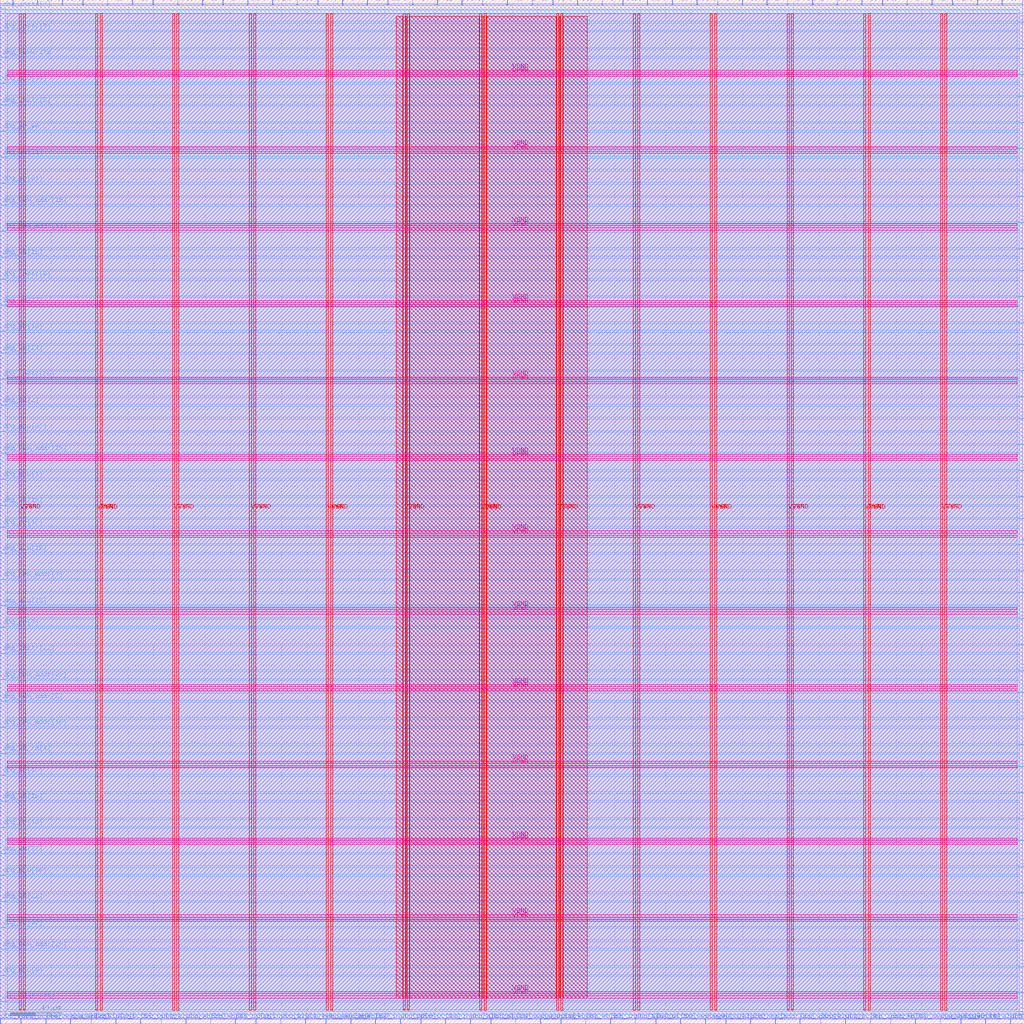
<source format=lef>
VERSION 5.7 ;
  NOWIREEXTENSIONATPIN ON ;
  DIVIDERCHAR "/" ;
  BUSBITCHARS "[]" ;
MACRO cpu_top
  CLASS BLOCK ;
  FOREIGN cpu_top ;
  ORIGIN 0.000 0.000 ;
  SIZE 800.000 BY 800.000 ;
  PIN VGND
    DIRECTION INOUT ;
    USE GROUND ;
    PORT
      LAYER met4 ;
        RECT 18.020 10.640 19.620 789.040 ;
    END
    PORT
      LAYER met4 ;
        RECT 78.020 10.640 79.620 789.040 ;
    END
    PORT
      LAYER met4 ;
        RECT 138.020 10.640 139.620 789.040 ;
    END
    PORT
      LAYER met4 ;
        RECT 198.020 10.640 199.620 789.040 ;
    END
    PORT
      LAYER met4 ;
        RECT 258.020 10.640 259.620 789.040 ;
    END
    PORT
      LAYER met4 ;
        RECT 318.020 10.640 319.620 789.040 ;
    END
    PORT
      LAYER met4 ;
        RECT 378.020 10.640 379.620 789.040 ;
    END
    PORT
      LAYER met4 ;
        RECT 438.020 10.640 439.620 789.040 ;
    END
    PORT
      LAYER met4 ;
        RECT 498.020 10.640 499.620 789.040 ;
    END
    PORT
      LAYER met4 ;
        RECT 558.020 10.640 559.620 789.040 ;
    END
    PORT
      LAYER met4 ;
        RECT 618.020 10.640 619.620 789.040 ;
    END
    PORT
      LAYER met4 ;
        RECT 678.020 10.640 679.620 789.040 ;
    END
    PORT
      LAYER met4 ;
        RECT 738.020 10.640 739.620 789.040 ;
    END
    PORT
      LAYER met5 ;
        RECT 5.280 23.380 794.660 24.980 ;
    END
    PORT
      LAYER met5 ;
        RECT 5.280 83.380 794.660 84.980 ;
    END
    PORT
      LAYER met5 ;
        RECT 5.280 143.380 794.660 144.980 ;
    END
    PORT
      LAYER met5 ;
        RECT 5.280 203.380 794.660 204.980 ;
    END
    PORT
      LAYER met5 ;
        RECT 5.280 263.380 794.660 264.980 ;
    END
    PORT
      LAYER met5 ;
        RECT 5.280 323.380 794.660 324.980 ;
    END
    PORT
      LAYER met5 ;
        RECT 5.280 383.380 794.660 384.980 ;
    END
    PORT
      LAYER met5 ;
        RECT 5.280 443.380 794.660 444.980 ;
    END
    PORT
      LAYER met5 ;
        RECT 5.280 503.380 794.660 504.980 ;
    END
    PORT
      LAYER met5 ;
        RECT 5.280 563.380 794.660 564.980 ;
    END
    PORT
      LAYER met5 ;
        RECT 5.280 623.380 794.660 624.980 ;
    END
    PORT
      LAYER met5 ;
        RECT 5.280 683.380 794.660 684.980 ;
    END
    PORT
      LAYER met5 ;
        RECT 5.280 743.380 794.660 744.980 ;
    END
  END VGND
  PIN VPWR
    DIRECTION INOUT ;
    USE POWER ;
    PORT
      LAYER met4 ;
        RECT 14.720 10.640 16.320 789.040 ;
    END
    PORT
      LAYER met4 ;
        RECT 74.720 10.640 76.320 789.040 ;
    END
    PORT
      LAYER met4 ;
        RECT 134.720 10.640 136.320 789.040 ;
    END
    PORT
      LAYER met4 ;
        RECT 194.720 10.640 196.320 789.040 ;
    END
    PORT
      LAYER met4 ;
        RECT 254.720 10.640 256.320 789.040 ;
    END
    PORT
      LAYER met4 ;
        RECT 314.720 10.640 316.320 789.040 ;
    END
    PORT
      LAYER met4 ;
        RECT 374.720 10.640 376.320 789.040 ;
    END
    PORT
      LAYER met4 ;
        RECT 434.720 10.640 436.320 789.040 ;
    END
    PORT
      LAYER met4 ;
        RECT 494.720 10.640 496.320 789.040 ;
    END
    PORT
      LAYER met4 ;
        RECT 554.720 10.640 556.320 789.040 ;
    END
    PORT
      LAYER met4 ;
        RECT 614.720 10.640 616.320 789.040 ;
    END
    PORT
      LAYER met4 ;
        RECT 674.720 10.640 676.320 789.040 ;
    END
    PORT
      LAYER met4 ;
        RECT 734.720 10.640 736.320 789.040 ;
    END
    PORT
      LAYER met5 ;
        RECT 5.280 20.080 794.660 21.680 ;
    END
    PORT
      LAYER met5 ;
        RECT 5.280 80.080 794.660 81.680 ;
    END
    PORT
      LAYER met5 ;
        RECT 5.280 140.080 794.660 141.680 ;
    END
    PORT
      LAYER met5 ;
        RECT 5.280 200.080 794.660 201.680 ;
    END
    PORT
      LAYER met5 ;
        RECT 5.280 260.080 794.660 261.680 ;
    END
    PORT
      LAYER met5 ;
        RECT 5.280 320.080 794.660 321.680 ;
    END
    PORT
      LAYER met5 ;
        RECT 5.280 380.080 794.660 381.680 ;
    END
    PORT
      LAYER met5 ;
        RECT 5.280 440.080 794.660 441.680 ;
    END
    PORT
      LAYER met5 ;
        RECT 5.280 500.080 794.660 501.680 ;
    END
    PORT
      LAYER met5 ;
        RECT 5.280 560.080 794.660 561.680 ;
    END
    PORT
      LAYER met5 ;
        RECT 5.280 620.080 794.660 621.680 ;
    END
    PORT
      LAYER met5 ;
        RECT 5.280 680.080 794.660 681.680 ;
    END
    PORT
      LAYER met5 ;
        RECT 5.280 740.080 794.660 741.680 ;
    END
  END VPWR
  PIN clk
    DIRECTION INPUT ;
    USE SIGNAL ;
    ANTENNAGATEAREA 0.852000 ;
    PORT
      LAYER met2 ;
        RECT 605.450 0.000 605.730 4.000 ;
    END
  END clk
  PIN dbg_alu[0]
    DIRECTION OUTPUT TRISTATE ;
    USE SIGNAL ;
    ANTENNADIFFAREA 0.445500 ;
    PORT
      LAYER met2 ;
        RECT 431.570 796.000 431.850 800.000 ;
    END
  END dbg_alu[0]
  PIN dbg_alu[10]
    DIRECTION OUTPUT TRISTATE ;
    USE SIGNAL ;
    ANTENNADIFFAREA 0.445500 ;
    PORT
      LAYER met2 ;
        RECT 486.310 796.000 486.590 800.000 ;
    END
  END dbg_alu[10]
  PIN dbg_alu[11]
    DIRECTION OUTPUT TRISTATE ;
    USE SIGNAL ;
    ANTENNADIFFAREA 0.445500 ;
    PORT
      LAYER met2 ;
        RECT 341.410 796.000 341.690 800.000 ;
    END
  END dbg_alu[11]
  PIN dbg_alu[12]
    DIRECTION OUTPUT TRISTATE ;
    USE SIGNAL ;
    ANTENNADIFFAREA 0.795200 ;
    PORT
      LAYER met2 ;
        RECT 193.290 796.000 193.570 800.000 ;
    END
  END dbg_alu[12]
  PIN dbg_alu[13]
    DIRECTION OUTPUT TRISTATE ;
    USE SIGNAL ;
    ANTENNADIFFAREA 0.795200 ;
    PORT
      LAYER met2 ;
        RECT 640.870 0.000 641.150 4.000 ;
    END
  END dbg_alu[13]
  PIN dbg_alu[14]
    DIRECTION OUTPUT TRISTATE ;
    USE SIGNAL ;
    ANTENNADIFFAREA 0.795200 ;
    PORT
      LAYER met3 ;
        RECT 0.000 734.440 4.000 735.040 ;
    END
  END dbg_alu[14]
  PIN dbg_alu[15]
    DIRECTION OUTPUT TRISTATE ;
    USE SIGNAL ;
    ANTENNADIFFAREA 0.795200 ;
    PORT
      LAYER met3 ;
        RECT 0.000 326.440 4.000 327.040 ;
    END
  END dbg_alu[15]
  PIN dbg_alu[16]
    DIRECTION OUTPUT TRISTATE ;
    USE SIGNAL ;
    ANTENNADIFFAREA 0.445500 ;
    PORT
      LAYER met3 ;
        RECT 796.000 316.240 800.000 316.840 ;
    END
  END dbg_alu[16]
  PIN dbg_alu[17]
    DIRECTION OUTPUT TRISTATE ;
    USE SIGNAL ;
    ANTENNADIFFAREA 0.795200 ;
    PORT
      LAYER met2 ;
        RECT 219.050 0.000 219.330 4.000 ;
    END
  END dbg_alu[17]
  PIN dbg_alu[18]
    DIRECTION OUTPUT TRISTATE ;
    USE SIGNAL ;
    ANTENNADIFFAREA 0.795200 ;
    PORT
      LAYER met3 ;
        RECT 0.000 115.640 4.000 116.240 ;
    END
  END dbg_alu[18]
  PIN dbg_alu[19]
    DIRECTION OUTPUT TRISTATE ;
    USE SIGNAL ;
    ANTENNADIFFAREA 0.795200 ;
    PORT
      LAYER met3 ;
        RECT 0.000 367.240 4.000 367.840 ;
    END
  END dbg_alu[19]
  PIN dbg_alu[1]
    DIRECTION OUTPUT TRISTATE ;
    USE SIGNAL ;
    ANTENNADIFFAREA 0.795200 ;
    PORT
      LAYER met3 ;
        RECT 0.000 425.040 4.000 425.640 ;
    END
  END dbg_alu[1]
  PIN dbg_alu[20]
    DIRECTION OUTPUT TRISTATE ;
    USE SIGNAL ;
    ANTENNADIFFAREA 0.795200 ;
    PORT
      LAYER met2 ;
        RECT 495.970 0.000 496.250 4.000 ;
    END
  END dbg_alu[20]
  PIN dbg_alu[21]
    DIRECTION OUTPUT TRISTATE ;
    USE SIGNAL ;
    ANTENNADIFFAREA 0.795200 ;
    PORT
      LAYER met2 ;
        RECT 29.070 796.000 29.350 800.000 ;
    END
  END dbg_alu[21]
  PIN dbg_alu[22]
    DIRECTION OUTPUT TRISTATE ;
    USE SIGNAL ;
    ANTENNADIFFAREA 0.795200 ;
    PORT
      LAYER met2 ;
        RECT 599.010 796.000 599.290 800.000 ;
    END
  END dbg_alu[22]
  PIN dbg_alu[23]
    DIRECTION OUTPUT TRISTATE ;
    USE SIGNAL ;
    ANTENNADIFFAREA 0.795200 ;
    PORT
      LAYER met3 ;
        RECT 0.000 462.440 4.000 463.040 ;
    END
  END dbg_alu[23]
  PIN dbg_alu[24]
    DIRECTION OUTPUT TRISTATE ;
    USE SIGNAL ;
    ANTENNADIFFAREA 0.445500 ;
    PORT
      LAYER met2 ;
        RECT 360.730 796.000 361.010 800.000 ;
    END
  END dbg_alu[24]
  PIN dbg_alu[25]
    DIRECTION OUTPUT TRISTATE ;
    USE SIGNAL ;
    ANTENNADIFFAREA 0.795200 ;
    PORT
      LAYER met3 ;
        RECT 796.000 605.240 800.000 605.840 ;
    END
  END dbg_alu[25]
  PIN dbg_alu[26]
    DIRECTION OUTPUT TRISTATE ;
    USE SIGNAL ;
    ANTENNADIFFAREA 0.795200 ;
    PORT
      LAYER met2 ;
        RECT 367.170 0.000 367.450 4.000 ;
    END
  END dbg_alu[26]
  PIN dbg_alu[27]
    DIRECTION OUTPUT TRISTATE ;
    USE SIGNAL ;
    ANTENNADIFFAREA 0.795200 ;
    PORT
      LAYER met2 ;
        RECT 544.270 796.000 544.550 800.000 ;
    END
  END dbg_alu[27]
  PIN dbg_alu[28]
    DIRECTION OUTPUT TRISTATE ;
    USE SIGNAL ;
    ANTENNADIFFAREA 0.795200 ;
    PORT
      LAYER met3 ;
        RECT 796.000 489.640 800.000 490.240 ;
    END
  END dbg_alu[28]
  PIN dbg_alu[29]
    DIRECTION OUTPUT TRISTATE ;
    USE SIGNAL ;
    ANTENNADIFFAREA 0.795200 ;
    PORT
      LAYER met2 ;
        RECT 70.930 0.000 71.210 4.000 ;
    END
  END dbg_alu[29]
  PIN dbg_alu[2]
    DIRECTION OUTPUT TRISTATE ;
    USE SIGNAL ;
    ANTENNADIFFAREA 0.795200 ;
    PORT
      LAYER met3 ;
        RECT 796.000 102.040 800.000 102.640 ;
    END
  END dbg_alu[2]
  PIN dbg_alu[30]
    DIRECTION OUTPUT TRISTATE ;
    USE SIGNAL ;
    ANTENNADIFFAREA 0.891000 ;
    PORT
      LAYER met3 ;
        RECT 796.000 44.240 800.000 44.840 ;
    END
  END dbg_alu[30]
  PIN dbg_alu[31]
    DIRECTION OUTPUT TRISTATE ;
    USE SIGNAL ;
    ANTENNADIFFAREA 1.782000 ;
    PORT
      LAYER met2 ;
        RECT 524.950 796.000 525.230 800.000 ;
    END
  END dbg_alu[31]
  PIN dbg_alu[3]
    DIRECTION OUTPUT TRISTATE ;
    USE SIGNAL ;
    ANTENNADIFFAREA 0.795200 ;
    PORT
      LAYER met2 ;
        RECT 125.670 0.000 125.950 4.000 ;
    END
  END dbg_alu[3]
  PIN dbg_alu[4]
    DIRECTION OUTPUT TRISTATE ;
    USE SIGNAL ;
    ANTENNADIFFAREA 0.795200 ;
    PORT
      LAYER met2 ;
        RECT 624.770 0.000 625.050 4.000 ;
    END
  END dbg_alu[4]
  PIN dbg_alu[5]
    DIRECTION OUTPUT TRISTATE ;
    USE SIGNAL ;
    ANTENNADIFFAREA 0.795200 ;
    PORT
      LAYER met2 ;
        RECT 769.670 0.000 769.950 4.000 ;
    END
  END dbg_alu[5]
  PIN dbg_alu[6]
    DIRECTION OUTPUT TRISTATE ;
    USE SIGNAL ;
    ANTENNADIFFAREA 0.795200 ;
    PORT
      LAYER met2 ;
        RECT 212.610 796.000 212.890 800.000 ;
    END
  END dbg_alu[6]
  PIN dbg_alu[7]
    DIRECTION OUTPUT TRISTATE ;
    USE SIGNAL ;
    ANTENNADIFFAREA 0.445500 ;
    PORT
      LAYER met3 ;
        RECT 796.000 64.640 800.000 65.240 ;
    END
  END dbg_alu[7]
  PIN dbg_alu[8]
    DIRECTION OUTPUT TRISTATE ;
    USE SIGNAL ;
    ANTENNADIFFAREA 0.795200 ;
    PORT
      LAYER met2 ;
        RECT 566.810 0.000 567.090 4.000 ;
    END
  END dbg_alu[8]
  PIN dbg_alu[9]
    DIRECTION OUTPUT TRISTATE ;
    USE SIGNAL ;
    ANTENNADIFFAREA 0.795200 ;
    PORT
      LAYER met3 ;
        RECT 0.000 37.440 4.000 38.040 ;
    END
  END dbg_alu[9]
  PIN dbg_instr[0]
    DIRECTION OUTPUT TRISTATE ;
    USE SIGNAL ;
    PORT
      LAYER met3 ;
        RECT 0.000 792.240 4.000 792.840 ;
    END
  END dbg_instr[0]
  PIN dbg_instr[10]
    DIRECTION OUTPUT TRISTATE ;
    USE SIGNAL ;
    PORT
      LAYER met3 ;
        RECT 796.000 336.640 800.000 337.240 ;
    END
  END dbg_instr[10]
  PIN dbg_instr[11]
    DIRECTION OUTPUT TRISTATE ;
    USE SIGNAL ;
    PORT
      LAYER met2 ;
        RECT 743.910 796.000 744.190 800.000 ;
    END
  END dbg_instr[11]
  PIN dbg_instr[12]
    DIRECTION OUTPUT TRISTATE ;
    USE SIGNAL ;
    ANTENNADIFFAREA 0.795200 ;
    PORT
      LAYER met2 ;
        RECT 103.130 796.000 103.410 800.000 ;
    END
  END dbg_instr[12]
  PIN dbg_instr[13]
    DIRECTION OUTPUT TRISTATE ;
    USE SIGNAL ;
    PORT
      LAYER met3 ;
        RECT 0.000 17.040 4.000 17.640 ;
    END
  END dbg_instr[13]
  PIN dbg_instr[14]
    DIRECTION OUTPUT TRISTATE ;
    USE SIGNAL ;
    PORT
      LAYER met3 ;
        RECT 796.000 666.440 800.000 667.040 ;
    END
  END dbg_instr[14]
  PIN dbg_instr[15]
    DIRECTION OUTPUT TRISTATE ;
    USE SIGNAL ;
    PORT
      LAYER met3 ;
        RECT 796.000 724.240 800.000 724.840 ;
    END
  END dbg_instr[15]
  PIN dbg_instr[16]
    DIRECTION OUTPUT TRISTATE ;
    USE SIGNAL ;
    ANTENNADIFFAREA 0.445500 ;
    PORT
      LAYER met3 ;
        RECT 796.000 646.040 800.000 646.640 ;
    END
  END dbg_instr[16]
  PIN dbg_instr[17]
    DIRECTION OUTPUT TRISTATE ;
    USE SIGNAL ;
    PORT
      LAYER met2 ;
        RECT 199.730 0.000 200.010 4.000 ;
    END
  END dbg_instr[17]
  PIN dbg_instr[18]
    DIRECTION OUTPUT TRISTATE ;
    USE SIGNAL ;
    PORT
      LAYER met2 ;
        RECT 782.550 796.000 782.830 800.000 ;
    END
  END dbg_instr[18]
  PIN dbg_instr[19]
    DIRECTION OUTPUT TRISTATE ;
    USE SIGNAL ;
    PORT
      LAYER met2 ;
        RECT 376.830 796.000 377.110 800.000 ;
    END
  END dbg_instr[19]
  PIN dbg_instr[1]
    DIRECTION OUTPUT TRISTATE ;
    USE SIGNAL ;
    PORT
      LAYER met2 ;
        RECT 476.650 0.000 476.930 4.000 ;
    END
  END dbg_instr[1]
  PIN dbg_instr[20]
    DIRECTION OUTPUT TRISTATE ;
    USE SIGNAL ;
    PORT
      LAYER met2 ;
        RECT 505.630 796.000 505.910 800.000 ;
    END
  END dbg_instr[20]
  PIN dbg_instr[21]
    DIRECTION OUTPUT TRISTATE ;
    USE SIGNAL ;
    ANTENNADIFFAREA 0.795200 ;
    PORT
      LAYER met2 ;
        RECT 653.750 796.000 654.030 800.000 ;
    END
  END dbg_instr[21]
  PIN dbg_instr[22]
    DIRECTION OUTPUT TRISTATE ;
    USE SIGNAL ;
    PORT
      LAYER met3 ;
        RECT 0.000 289.040 4.000 289.640 ;
    END
  END dbg_instr[22]
  PIN dbg_instr[23]
    DIRECTION OUTPUT TRISTATE ;
    USE SIGNAL ;
    PORT
      LAYER met2 ;
        RECT 64.490 796.000 64.770 800.000 ;
    END
  END dbg_instr[23]
  PIN dbg_instr[24]
    DIRECTION OUTPUT TRISTATE ;
    USE SIGNAL ;
    PORT
      LAYER met3 ;
        RECT 796.000 411.440 800.000 412.040 ;
    END
  END dbg_instr[24]
  PIN dbg_instr[25]
    DIRECTION OUTPUT TRISTATE ;
    USE SIGNAL ;
    PORT
      LAYER met2 ;
        RECT 763.230 796.000 763.510 800.000 ;
    END
  END dbg_instr[25]
  PIN dbg_instr[26]
    DIRECTION OUTPUT TRISTATE ;
    USE SIGNAL ;
    ANTENNADIFFAREA 0.795200 ;
    PORT
      LAYER met2 ;
        RECT 293.110 0.000 293.390 4.000 ;
    END
  END dbg_instr[26]
  PIN dbg_instr[27]
    DIRECTION OUTPUT TRISTATE ;
    USE SIGNAL ;
    ANTENNADIFFAREA 0.795200 ;
    PORT
      LAYER met3 ;
        RECT 796.000 122.440 800.000 123.040 ;
    END
  END dbg_instr[27]
  PIN dbg_instr[28]
    DIRECTION OUTPUT TRISTATE ;
    USE SIGNAL ;
    PORT
      LAYER met3 ;
        RECT 796.000 510.040 800.000 510.640 ;
    END
  END dbg_instr[28]
  PIN dbg_instr[29]
    DIRECTION OUTPUT TRISTATE ;
    USE SIGNAL ;
    PORT
      LAYER met2 ;
        RECT 119.230 796.000 119.510 800.000 ;
    END
  END dbg_instr[29]
  PIN dbg_instr[2]
    DIRECTION OUTPUT TRISTATE ;
    USE SIGNAL ;
    PORT
      LAYER met2 ;
        RECT 727.810 796.000 728.090 800.000 ;
    END
  END dbg_instr[2]
  PIN dbg_instr[30]
    DIRECTION OUTPUT TRISTATE ;
    USE SIGNAL ;
    PORT
      LAYER met3 ;
        RECT 0.000 503.240 4.000 503.840 ;
    END
  END dbg_instr[30]
  PIN dbg_instr[31]
    DIRECTION OUTPUT TRISTATE ;
    USE SIGNAL ;
    ANTENNADIFFAREA 0.795200 ;
    PORT
      LAYER met2 ;
        RECT 322.090 796.000 322.370 800.000 ;
    END
  END dbg_instr[31]
  PIN dbg_instr[3]
    DIRECTION OUTPUT TRISTATE ;
    USE SIGNAL ;
    PORT
      LAYER met2 ;
        RECT 347.850 0.000 348.130 4.000 ;
    END
  END dbg_instr[3]
  PIN dbg_instr[4]
    DIRECTION OUTPUT TRISTATE ;
    USE SIGNAL ;
    PORT
      LAYER met2 ;
        RECT 83.810 796.000 84.090 800.000 ;
    END
  END dbg_instr[4]
  PIN dbg_instr[5]
    DIRECTION OUTPUT TRISTATE ;
    USE SIGNAL ;
    ANTENNADIFFAREA 0.795200 ;
    PORT
      LAYER met2 ;
        RECT 231.930 796.000 232.210 800.000 ;
    END
  END dbg_instr[5]
  PIN dbg_instr[6]
    DIRECTION OUTPUT TRISTATE ;
    USE SIGNAL ;
    PORT
      LAYER met2 ;
        RECT 679.510 0.000 679.790 4.000 ;
    END
  END dbg_instr[6]
  PIN dbg_instr[7]
    DIRECTION OUTPUT TRISTATE ;
    USE SIGNAL ;
    PORT
      LAYER met3 ;
        RECT 0.000 775.240 4.000 775.840 ;
    END
  END dbg_instr[7]
  PIN dbg_instr[8]
    DIRECTION OUTPUT TRISTATE ;
    USE SIGNAL ;
    PORT
      LAYER met3 ;
        RECT 0.000 717.440 4.000 718.040 ;
    END
  END dbg_instr[8]
  PIN dbg_instr[9]
    DIRECTION OUTPUT TRISTATE ;
    USE SIGNAL ;
    PORT
      LAYER met3 ;
        RECT 0.000 581.440 4.000 582.040 ;
    END
  END dbg_instr[9]
  PIN dbg_mem_addr[0]
    DIRECTION OUTPUT TRISTATE ;
    USE SIGNAL ;
    ANTENNADIFFAREA 0.795200 ;
    PORT
      LAYER met2 ;
        RECT 708.490 796.000 708.770 800.000 ;
    END
  END dbg_mem_addr[0]
  PIN dbg_mem_addr[10]
    DIRECTION OUTPUT TRISTATE ;
    USE SIGNAL ;
    ANTENNADIFFAREA 0.795200 ;
    PORT
      LAYER met3 ;
        RECT 0.000 445.440 4.000 446.040 ;
    END
  END dbg_mem_addr[10]
  PIN dbg_mem_addr[11]
    DIRECTION OUTPUT TRISTATE ;
    USE SIGNAL ;
    ANTENNADIFFAREA 0.795200 ;
    PORT
      LAYER met2 ;
        RECT 302.770 796.000 303.050 800.000 ;
    END
  END dbg_mem_addr[11]
  PIN dbg_mem_addr[12]
    DIRECTION OUTPUT TRISTATE ;
    USE SIGNAL ;
    ANTENNADIFFAREA 0.795200 ;
    PORT
      LAYER met3 ;
        RECT 796.000 275.440 800.000 276.040 ;
    END
  END dbg_mem_addr[12]
  PIN dbg_mem_addr[13]
    DIRECTION OUTPUT TRISTATE ;
    USE SIGNAL ;
    ANTENNADIFFAREA 0.795200 ;
    PORT
      LAYER met2 ;
        RECT 267.350 796.000 267.630 800.000 ;
    END
  END dbg_mem_addr[13]
  PIN dbg_mem_addr[14]
    DIRECTION OUTPUT TRISTATE ;
    USE SIGNAL ;
    ANTENNADIFFAREA 0.795200 ;
    PORT
      LAYER met3 ;
        RECT 0.000 618.840 4.000 619.440 ;
    END
  END dbg_mem_addr[14]
  PIN dbg_mem_addr[15]
    DIRECTION OUTPUT TRISTATE ;
    USE SIGNAL ;
    ANTENNADIFFAREA 0.795200 ;
    PORT
      LAYER met2 ;
        RECT 238.370 0.000 238.650 4.000 ;
    END
  END dbg_mem_addr[15]
  PIN dbg_mem_addr[16]
    DIRECTION OUTPUT TRISTATE ;
    USE SIGNAL ;
    ANTENNADIFFAREA 0.795200 ;
    PORT
      LAYER met3 ;
        RECT 0.000 639.240 4.000 639.840 ;
    END
  END dbg_mem_addr[16]
  PIN dbg_mem_addr[17]
    DIRECTION OUTPUT TRISTATE ;
    USE SIGNAL ;
    ANTENNADIFFAREA 0.795200 ;
    PORT
      LAYER met2 ;
        RECT 689.170 796.000 689.450 800.000 ;
    END
  END dbg_mem_addr[17]
  PIN dbg_mem_addr[18]
    DIRECTION OUTPUT TRISTATE ;
    USE SIGNAL ;
    ANTENNADIFFAREA 0.795200 ;
    PORT
      LAYER met3 ;
        RECT 0.000 231.240 4.000 231.840 ;
    END
  END dbg_mem_addr[18]
  PIN dbg_mem_addr[19]
    DIRECTION OUTPUT TRISTATE ;
    USE SIGNAL ;
    ANTENNADIFFAREA 0.795200 ;
    PORT
      LAYER met2 ;
        RECT 714.930 0.000 715.210 4.000 ;
    END
  END dbg_mem_addr[19]
  PIN dbg_mem_addr[1]
    DIRECTION OUTPUT TRISTATE ;
    USE SIGNAL ;
    ANTENNADIFFAREA 0.445500 ;
    PORT
      LAYER met3 ;
        RECT 796.000 741.240 800.000 741.840 ;
    END
  END dbg_mem_addr[1]
  PIN dbg_mem_addr[20]
    DIRECTION OUTPUT TRISTATE ;
    USE SIGNAL ;
    ANTENNADIFFAREA 0.795200 ;
    PORT
      LAYER met3 ;
        RECT 0.000 57.840 4.000 58.440 ;
    END
  END dbg_mem_addr[20]
  PIN dbg_mem_addr[21]
    DIRECTION OUTPUT TRISTATE ;
    USE SIGNAL ;
    ANTENNADIFFAREA 0.795200 ;
    PORT
      LAYER met2 ;
        RECT 248.030 796.000 248.310 800.000 ;
    END
  END dbg_mem_addr[21]
  PIN dbg_mem_addr[22]
    DIRECTION OUTPUT TRISTATE ;
    USE SIGNAL ;
    ANTENNADIFFAREA 0.795200 ;
    PORT
      LAYER met3 ;
        RECT 796.000 180.240 800.000 180.840 ;
    END
  END dbg_mem_addr[22]
  PIN dbg_mem_addr[23]
    DIRECTION OUTPUT TRISTATE ;
    USE SIGNAL ;
    ANTENNADIFFAREA 0.445500 ;
    PORT
      LAYER met3 ;
        RECT 796.000 782.040 800.000 782.640 ;
    END
  END dbg_mem_addr[23]
  PIN dbg_mem_addr[24]
    DIRECTION OUTPUT TRISTATE ;
    USE SIGNAL ;
    ANTENNADIFFAREA 0.795200 ;
    PORT
      LAYER met2 ;
        RECT 173.970 796.000 174.250 800.000 ;
    END
  END dbg_mem_addr[24]
  PIN dbg_mem_addr[25]
    DIRECTION OUTPUT TRISTATE ;
    USE SIGNAL ;
    ANTENNADIFFAREA 0.795200 ;
    PORT
      LAYER met2 ;
        RECT 586.130 0.000 586.410 4.000 ;
    END
  END dbg_mem_addr[25]
  PIN dbg_mem_addr[26]
    DIRECTION OUTPUT TRISTATE ;
    USE SIGNAL ;
    ANTENNADIFFAREA 0.445500 ;
    PORT
      LAYER met3 ;
        RECT 796.000 625.640 800.000 626.240 ;
    END
  END dbg_mem_addr[26]
  PIN dbg_mem_addr[27]
    DIRECTION OUTPUT TRISTATE ;
    USE SIGNAL ;
    ANTENNADIFFAREA 0.795200 ;
    PORT
      LAYER met2 ;
        RECT 254.470 0.000 254.750 4.000 ;
    END
  END dbg_mem_addr[27]
  PIN dbg_mem_addr[28]
    DIRECTION OUTPUT TRISTATE ;
    USE SIGNAL ;
    ANTENNADIFFAREA 0.795200 ;
    PORT
      LAYER met2 ;
        RECT 35.510 0.000 35.790 4.000 ;
    END
  END dbg_mem_addr[28]
  PIN dbg_mem_addr[29]
    DIRECTION OUTPUT TRISTATE ;
    USE SIGNAL ;
    ANTENNADIFFAREA 0.795200 ;
    PORT
      LAYER met3 ;
        RECT 0.000 268.640 4.000 269.240 ;
    END
  END dbg_mem_addr[29]
  PIN dbg_mem_addr[2]
    DIRECTION OUTPUT TRISTATE ;
    USE SIGNAL ;
    ANTENNADIFFAREA 0.795200 ;
    PORT
      LAYER met2 ;
        RECT 788.990 0.000 789.270 4.000 ;
    END
  END dbg_mem_addr[2]
  PIN dbg_mem_addr[30]
    DIRECTION OUTPUT TRISTATE ;
    USE SIGNAL ;
    ANTENNADIFFAREA 0.445500 ;
    PORT
      LAYER met3 ;
        RECT 796.000 200.640 800.000 201.240 ;
    END
  END dbg_mem_addr[30]
  PIN dbg_mem_addr[31]
    DIRECTION OUTPUT TRISTATE ;
    USE SIGNAL ;
    ANTENNADIFFAREA 0.795200 ;
    PORT
      LAYER met2 ;
        RECT 157.870 796.000 158.150 800.000 ;
    END
  END dbg_mem_addr[31]
  PIN dbg_mem_addr[3]
    DIRECTION OUTPUT TRISTATE ;
    USE SIGNAL ;
    ANTENNADIFFAREA 0.445500 ;
    PORT
      LAYER met3 ;
        RECT 796.000 353.640 800.000 354.240 ;
    END
  END dbg_mem_addr[3]
  PIN dbg_mem_addr[4]
    DIRECTION OUTPUT TRISTATE ;
    USE SIGNAL ;
    ANTENNADIFFAREA 0.795200 ;
    PORT
      LAYER met2 ;
        RECT 734.250 0.000 734.530 4.000 ;
    END
  END dbg_mem_addr[4]
  PIN dbg_mem_addr[5]
    DIRECTION OUTPUT TRISTATE ;
    USE SIGNAL ;
    ANTENNADIFFAREA 0.795200 ;
    PORT
      LAYER met2 ;
        RECT 402.590 0.000 402.870 4.000 ;
    END
  END dbg_mem_addr[5]
  PIN dbg_mem_addr[6]
    DIRECTION OUTPUT TRISTATE ;
    USE SIGNAL ;
    ANTENNADIFFAREA 0.445500 ;
    PORT
      LAYER met3 ;
        RECT 796.000 394.440 800.000 395.040 ;
    END
  END dbg_mem_addr[6]
  PIN dbg_mem_addr[7]
    DIRECTION OUTPUT TRISTATE ;
    USE SIGNAL ;
    ANTENNADIFFAREA 0.795200 ;
    PORT
      LAYER met3 ;
        RECT 0.000 346.840 4.000 347.440 ;
    END
  END dbg_mem_addr[7]
  PIN dbg_mem_addr[8]
    DIRECTION OUTPUT TRISTATE ;
    USE SIGNAL ;
    ANTENNADIFFAREA 0.795200 ;
    PORT
      LAYER met3 ;
        RECT 0.000 251.640 4.000 252.240 ;
    END
  END dbg_mem_addr[8]
  PIN dbg_mem_addr[9]
    DIRECTION OUTPUT TRISTATE ;
    USE SIGNAL ;
    ANTENNADIFFAREA 0.445500 ;
    PORT
      LAYER met2 ;
        RECT 450.890 796.000 451.170 800.000 ;
    END
  END dbg_mem_addr[9]
  PIN dbg_memread
    DIRECTION OUTPUT TRISTATE ;
    USE SIGNAL ;
    ANTENNADIFFAREA 0.795200 ;
    PORT
      LAYER met2 ;
        RECT 531.390 0.000 531.670 4.000 ;
    END
  END dbg_memread
  PIN dbg_memwrite
    DIRECTION OUTPUT TRISTATE ;
    USE SIGNAL ;
    PORT
      LAYER met3 ;
        RECT 0.000 754.840 4.000 755.440 ;
    END
  END dbg_memwrite
  PIN dbg_pc[0]
    DIRECTION OUTPUT TRISTATE ;
    USE SIGNAL ;
    PORT
      LAYER met3 ;
        RECT 796.000 703.840 800.000 704.440 ;
    END
  END dbg_pc[0]
  PIN dbg_pc[10]
    DIRECTION OUTPUT TRISTATE ;
    USE SIGNAL ;
    ANTENNADIFFAREA 0.445500 ;
    PORT
      LAYER met3 ;
        RECT 796.000 238.040 800.000 238.640 ;
    END
  END dbg_pc[10]
  PIN dbg_pc[11]
    DIRECTION OUTPUT TRISTATE ;
    USE SIGNAL ;
    ANTENNADIFFAREA 0.795200 ;
    PORT
      LAYER met2 ;
        RECT 470.210 796.000 470.490 800.000 ;
    END
  END dbg_pc[11]
  PIN dbg_pc[12]
    DIRECTION OUTPUT TRISTATE ;
    USE SIGNAL ;
    ANTENNADIFFAREA 0.795200 ;
    PORT
      LAYER met3 ;
        RECT 0.000 153.040 4.000 153.640 ;
    END
  END dbg_pc[12]
  PIN dbg_pc[13]
    DIRECTION OUTPUT TRISTATE ;
    USE SIGNAL ;
    ANTENNADIFFAREA 0.795200 ;
    PORT
      LAYER met3 ;
        RECT 0.000 387.640 4.000 388.240 ;
    END
  END dbg_pc[13]
  PIN dbg_pc[14]
    DIRECTION OUTPUT TRISTATE ;
    USE SIGNAL ;
    ANTENNADIFFAREA 0.795200 ;
    PORT
      LAYER met2 ;
        RECT 16.190 0.000 16.470 4.000 ;
    END
  END dbg_pc[14]
  PIN dbg_pc[15]
    DIRECTION OUTPUT TRISTATE ;
    USE SIGNAL ;
    ANTENNADIFFAREA 0.795200 ;
    PORT
      LAYER met2 ;
        RECT 109.570 0.000 109.850 4.000 ;
    END
  END dbg_pc[15]
  PIN dbg_pc[16]
    DIRECTION OUTPUT TRISTATE ;
    USE SIGNAL ;
    ANTENNADIFFAREA 0.445500 ;
    PORT
      LAYER met3 ;
        RECT 796.000 81.640 800.000 82.240 ;
    END
  END dbg_pc[16]
  PIN dbg_pc[17]
    DIRECTION OUTPUT TRISTATE ;
    USE SIGNAL ;
    ANTENNADIFFAREA 0.795200 ;
    PORT
      LAYER met2 ;
        RECT 328.530 0.000 328.810 4.000 ;
    END
  END dbg_pc[17]
  PIN dbg_pc[18]
    DIRECTION OUTPUT TRISTATE ;
    USE SIGNAL ;
    ANTENNADIFFAREA 0.445500 ;
    PORT
      LAYER met3 ;
        RECT 796.000 588.240 800.000 588.840 ;
    END
  END dbg_pc[18]
  PIN dbg_pc[19]
    DIRECTION OUTPUT TRISTATE ;
    USE SIGNAL ;
    ANTENNADIFFAREA 0.795200 ;
    PORT
      LAYER met3 ;
        RECT 796.000 431.840 800.000 432.440 ;
    END
  END dbg_pc[19]
  PIN dbg_pc[1]
    DIRECTION OUTPUT TRISTATE ;
    USE SIGNAL ;
    PORT
      LAYER met2 ;
        RECT 615.110 796.000 615.390 800.000 ;
    END
  END dbg_pc[1]
  PIN dbg_pc[20]
    DIRECTION OUTPUT TRISTATE ;
    USE SIGNAL ;
    ANTENNADIFFAREA 0.795200 ;
    PORT
      LAYER met2 ;
        RECT 48.390 796.000 48.670 800.000 ;
    END
  END dbg_pc[20]
  PIN dbg_pc[21]
    DIRECTION OUTPUT TRISTATE ;
    USE SIGNAL ;
    ANTENNADIFFAREA 0.445500 ;
    PORT
      LAYER met3 ;
        RECT 796.000 159.840 800.000 160.440 ;
    END
  END dbg_pc[21]
  PIN dbg_pc[22]
    DIRECTION OUTPUT TRISTATE ;
    USE SIGNAL ;
    ANTENNADIFFAREA 0.445500 ;
    PORT
      LAYER met3 ;
        RECT 796.000 452.240 800.000 452.840 ;
    END
  END dbg_pc[22]
  PIN dbg_pc[23]
    DIRECTION OUTPUT TRISTATE ;
    USE SIGNAL ;
    ANTENNADIFFAREA 0.445500 ;
    PORT
      LAYER met2 ;
        RECT 286.670 796.000 286.950 800.000 ;
    END
  END dbg_pc[23]
  PIN dbg_pc[24]
    DIRECTION OUTPUT TRISTATE ;
    USE SIGNAL ;
    ANTENNADIFFAREA 0.795200 ;
    PORT
      LAYER met3 ;
        RECT 796.000 295.840 800.000 296.440 ;
    END
  END dbg_pc[24]
  PIN dbg_pc[25]
    DIRECTION OUTPUT TRISTATE ;
    USE SIGNAL ;
    ANTENNADIFFAREA 0.795200 ;
    PORT
      LAYER met3 ;
        RECT 796.000 6.840 800.000 7.440 ;
    END
  END dbg_pc[25]
  PIN dbg_pc[26]
    DIRECTION OUTPUT TRISTATE ;
    USE SIGNAL ;
    ANTENNADIFFAREA 0.795200 ;
    PORT
      LAYER met2 ;
        RECT 421.910 0.000 422.190 4.000 ;
    END
  END dbg_pc[26]
  PIN dbg_pc[27]
    DIRECTION OUTPUT TRISTATE ;
    USE SIGNAL ;
    ANTENNADIFFAREA 0.445500 ;
    PORT
      LAYER met3 ;
        RECT 796.000 567.840 800.000 568.440 ;
    END
  END dbg_pc[27]
  PIN dbg_pc[28]
    DIRECTION OUTPUT TRISTATE ;
    USE SIGNAL ;
    ANTENNADIFFAREA 0.795200 ;
    PORT
      LAYER met2 ;
        RECT 634.430 796.000 634.710 800.000 ;
    END
  END dbg_pc[28]
  PIN dbg_pc[29]
    DIRECTION OUTPUT TRISTATE ;
    USE SIGNAL ;
    ANTENNADIFFAREA 0.795200 ;
    PORT
      LAYER met2 ;
        RECT 183.630 0.000 183.910 4.000 ;
    END
  END dbg_pc[29]
  PIN dbg_pc[2]
    DIRECTION OUTPUT TRISTATE ;
    USE SIGNAL ;
    ANTENNADIFFAREA 0.445500 ;
    PORT
      LAYER met3 ;
        RECT 796.000 217.640 800.000 218.240 ;
    END
  END dbg_pc[2]
  PIN dbg_pc[30]
    DIRECTION OUTPUT TRISTATE ;
    USE SIGNAL ;
    ANTENNADIFFAREA 0.795200 ;
    PORT
      LAYER met2 ;
        RECT 512.070 0.000 512.350 4.000 ;
    END
  END dbg_pc[30]
  PIN dbg_pc[31]
    DIRECTION OUTPUT TRISTATE ;
    USE SIGNAL ;
    ANTENNADIFFAREA 0.445500 ;
    PORT
      LAYER met3 ;
        RECT 796.000 23.840 800.000 24.440 ;
    END
  END dbg_pc[31]
  PIN dbg_pc[3]
    DIRECTION OUTPUT TRISTATE ;
    USE SIGNAL ;
    ANTENNADIFFAREA 0.795200 ;
    PORT
      LAYER met3 ;
        RECT 0.000 482.840 4.000 483.440 ;
    END
  END dbg_pc[3]
  PIN dbg_pc[4]
    DIRECTION OUTPUT TRISTATE ;
    USE SIGNAL ;
    ANTENNADIFFAREA 0.795200 ;
    PORT
      LAYER met2 ;
        RECT 660.190 0.000 660.470 4.000 ;
    END
  END dbg_pc[4]
  PIN dbg_pc[5]
    DIRECTION OUTPUT TRISTATE ;
    USE SIGNAL ;
    ANTENNADIFFAREA 0.795200 ;
    PORT
      LAYER met2 ;
        RECT 90.250 0.000 90.530 4.000 ;
    END
  END dbg_pc[5]
  PIN dbg_pc[6]
    DIRECTION OUTPUT TRISTATE ;
    USE SIGNAL ;
    ANTENNADIFFAREA 0.795200 ;
    PORT
      LAYER met2 ;
        RECT 312.430 0.000 312.710 4.000 ;
    END
  END dbg_pc[6]
  PIN dbg_pc[7]
    DIRECTION OUTPUT TRISTATE ;
    USE SIGNAL ;
    ANTENNADIFFAREA 0.795200 ;
    PORT
      LAYER met3 ;
        RECT 0.000 309.440 4.000 310.040 ;
    END
  END dbg_pc[7]
  PIN dbg_pc[8]
    DIRECTION OUTPUT TRISTATE ;
    USE SIGNAL ;
    ANTENNADIFFAREA 0.795200 ;
    PORT
      LAYER met3 ;
        RECT 796.000 683.440 800.000 684.040 ;
    END
  END dbg_pc[8]
  PIN dbg_pc[9]
    DIRECTION OUTPUT TRISTATE ;
    USE SIGNAL ;
    ANTENNADIFFAREA 0.445500 ;
    PORT
      LAYER met3 ;
        RECT 796.000 472.640 800.000 473.240 ;
    END
  END dbg_pc[9]
  PIN dbg_wb[0]
    DIRECTION OUTPUT TRISTATE ;
    USE SIGNAL ;
    ANTENNADIFFAREA 0.795200 ;
    PORT
      LAYER met2 ;
        RECT 695.610 0.000 695.890 4.000 ;
    END
  END dbg_wb[0]
  PIN dbg_wb[10]
    DIRECTION OUTPUT TRISTATE ;
    USE SIGNAL ;
    ANTENNADIFFAREA 0.795200 ;
    PORT
      LAYER met3 ;
        RECT 0.000 404.640 4.000 405.240 ;
    END
  END dbg_wb[10]
  PIN dbg_wb[11]
    DIRECTION OUTPUT TRISTATE ;
    USE SIGNAL ;
    ANTENNADIFFAREA 0.445500 ;
    PORT
      LAYER met3 ;
        RECT 796.000 258.440 800.000 259.040 ;
    END
  END dbg_wb[11]
  PIN dbg_wb[12]
    DIRECTION OUTPUT TRISTATE ;
    USE SIGNAL ;
    ANTENNADIFFAREA 0.795200 ;
    PORT
      LAYER met3 ;
        RECT 0.000 540.640 4.000 541.240 ;
    END
  END dbg_wb[12]
  PIN dbg_wb[13]
    DIRECTION OUTPUT TRISTATE ;
    USE SIGNAL ;
    ANTENNADIFFAREA 0.795200 ;
    PORT
      LAYER met3 ;
        RECT 0.000 193.840 4.000 194.440 ;
    END
  END dbg_wb[13]
  PIN dbg_wb[14]
    DIRECTION OUTPUT TRISTATE ;
    USE SIGNAL ;
    ANTENNADIFFAREA 0.445500 ;
    PORT
      LAYER met3 ;
        RECT 796.000 761.640 800.000 762.240 ;
    END
  END dbg_wb[14]
  PIN dbg_wb[15]
    DIRECTION OUTPUT TRISTATE ;
    USE SIGNAL ;
    ANTENNADIFFAREA 0.795200 ;
    PORT
      LAYER met2 ;
        RECT 750.350 0.000 750.630 4.000 ;
    END
  END dbg_wb[15]
  PIN dbg_wb[16]
    DIRECTION OUTPUT TRISTATE ;
    USE SIGNAL ;
    ANTENNADIFFAREA 0.795200 ;
    PORT
      LAYER met2 ;
        RECT 798.650 796.000 798.930 800.000 ;
    END
  END dbg_wb[16]
  PIN dbg_wb[17]
    DIRECTION OUTPUT TRISTATE ;
    USE SIGNAL ;
    ANTENNADIFFAREA 0.795200 ;
    PORT
      LAYER met3 ;
        RECT 0.000 561.040 4.000 561.640 ;
    END
  END dbg_wb[17]
  PIN dbg_wb[18]
    DIRECTION OUTPUT TRISTATE ;
    USE SIGNAL ;
    ANTENNADIFFAREA 0.795200 ;
    PORT
      LAYER met3 ;
        RECT 0.000 598.440 4.000 599.040 ;
    END
  END dbg_wb[18]
  PIN dbg_wb[19]
    DIRECTION OUTPUT TRISTATE ;
    USE SIGNAL ;
    ANTENNADIFFAREA 0.795200 ;
    PORT
      LAYER met3 ;
        RECT 0.000 173.440 4.000 174.040 ;
    END
  END dbg_wb[19]
  PIN dbg_wb[1]
    DIRECTION OUTPUT TRISTATE ;
    USE SIGNAL ;
    ANTENNADIFFAREA 0.795200 ;
    PORT
      LAYER met2 ;
        RECT 0.090 0.000 0.370 4.000 ;
    END
  END dbg_wb[1]
  PIN dbg_wb[20]
    DIRECTION OUTPUT TRISTATE ;
    USE SIGNAL ;
    ANTENNADIFFAREA 0.795200 ;
    PORT
      LAYER met3 ;
        RECT 0.000 74.840 4.000 75.440 ;
    END
  END dbg_wb[20]
  PIN dbg_wb[21]
    DIRECTION OUTPUT TRISTATE ;
    USE SIGNAL ;
    ANTENNADIFFAREA 0.795200 ;
    PORT
      LAYER met3 ;
        RECT 0.000 656.240 4.000 656.840 ;
    END
  END dbg_wb[21]
  PIN dbg_wb[22]
    DIRECTION OUTPUT TRISTATE ;
    USE SIGNAL ;
    ANTENNADIFFAREA 0.795200 ;
    PORT
      LAYER met3 ;
        RECT 0.000 95.240 4.000 95.840 ;
    END
  END dbg_wb[22]
  PIN dbg_wb[23]
    DIRECTION OUTPUT TRISTATE ;
    USE SIGNAL ;
    ANTENNADIFFAREA 0.445500 ;
    PORT
      LAYER met2 ;
        RECT 415.470 796.000 415.750 800.000 ;
    END
  END dbg_wb[23]
  PIN dbg_wb[24]
    DIRECTION OUTPUT TRISTATE ;
    USE SIGNAL ;
    ANTENNADIFFAREA 0.795200 ;
    PORT
      LAYER met3 ;
        RECT 0.000 523.640 4.000 524.240 ;
    END
  END dbg_wb[24]
  PIN dbg_wb[25]
    DIRECTION OUTPUT TRISTATE ;
    USE SIGNAL ;
    ANTENNADIFFAREA 0.795200 ;
    PORT
      LAYER met2 ;
        RECT 144.990 0.000 145.270 4.000 ;
    END
  END dbg_wb[25]
  PIN dbg_wb[26]
    DIRECTION OUTPUT TRISTATE ;
    USE SIGNAL ;
    ANTENNADIFFAREA 0.795200 ;
    PORT
      LAYER met2 ;
        RECT 54.830 0.000 55.110 4.000 ;
    END
  END dbg_wb[26]
  PIN dbg_wb[27]
    DIRECTION OUTPUT TRISTATE ;
    USE SIGNAL ;
    ANTENNADIFFAREA 0.795200 ;
    PORT
      LAYER met3 ;
        RECT 0.000 132.640 4.000 133.240 ;
    END
  END dbg_wb[27]
  PIN dbg_wb[28]
    DIRECTION OUTPUT TRISTATE ;
    USE SIGNAL ;
    ANTENNADIFFAREA 0.445500 ;
    PORT
      LAYER met2 ;
        RECT 396.150 796.000 396.430 800.000 ;
    END
  END dbg_wb[28]
  PIN dbg_wb[29]
    DIRECTION OUTPUT TRISTATE ;
    USE SIGNAL ;
    ANTENNADIFFAREA 0.795200 ;
    PORT
      LAYER met2 ;
        RECT 383.270 0.000 383.550 4.000 ;
    END
  END dbg_wb[29]
  PIN dbg_wb[2]
    DIRECTION OUTPUT TRISTATE ;
    USE SIGNAL ;
    ANTENNADIFFAREA 0.445500 ;
    PORT
      LAYER met2 ;
        RECT 673.070 796.000 673.350 800.000 ;
    END
  END dbg_wb[2]
  PIN dbg_wb[30]
    DIRECTION OUTPUT TRISTATE ;
    USE SIGNAL ;
    ANTENNADIFFAREA 0.795200 ;
    PORT
      LAYER met3 ;
        RECT 796.000 142.840 800.000 143.440 ;
    END
  END dbg_wb[30]
  PIN dbg_wb[31]
    DIRECTION OUTPUT TRISTATE ;
    USE SIGNAL ;
    ANTENNADIFFAREA 0.795200 ;
    PORT
      LAYER met3 ;
        RECT 0.000 676.640 4.000 677.240 ;
    END
  END dbg_wb[31]
  PIN dbg_wb[3]
    DIRECTION OUTPUT TRISTATE ;
    USE SIGNAL ;
    ANTENNADIFFAREA 0.445500 ;
    PORT
      LAYER met3 ;
        RECT 796.000 547.440 800.000 548.040 ;
    END
  END dbg_wb[3]
  PIN dbg_wb[4]
    DIRECTION OUTPUT TRISTATE ;
    USE SIGNAL ;
    ANTENNADIFFAREA 0.795200 ;
    PORT
      LAYER met2 ;
        RECT 164.310 0.000 164.590 4.000 ;
    END
  END dbg_wb[4]
  PIN dbg_wb[5]
    DIRECTION OUTPUT TRISTATE ;
    USE SIGNAL ;
    ANTENNADIFFAREA 0.795200 ;
    PORT
      LAYER met2 ;
        RECT 273.790 0.000 274.070 4.000 ;
    END
  END dbg_wb[5]
  PIN dbg_wb[6]
    DIRECTION OUTPUT TRISTATE ;
    USE SIGNAL ;
    ANTENNADIFFAREA 0.795200 ;
    PORT
      LAYER met2 ;
        RECT 438.010 0.000 438.290 4.000 ;
    END
  END dbg_wb[6]
  PIN dbg_wb[7]
    DIRECTION OUTPUT TRISTATE ;
    USE SIGNAL ;
    ANTENNADIFFAREA 0.795200 ;
    PORT
      LAYER met3 ;
        RECT 796.000 530.440 800.000 531.040 ;
    END
  END dbg_wb[7]
  PIN dbg_wb[8]
    DIRECTION OUTPUT TRISTATE ;
    USE SIGNAL ;
    ANTENNADIFFAREA 0.795200 ;
    PORT
      LAYER met2 ;
        RECT 457.330 0.000 457.610 4.000 ;
    END
  END dbg_wb[8]
  PIN dbg_wb[9]
    DIRECTION OUTPUT TRISTATE ;
    USE SIGNAL ;
    ANTENNADIFFAREA 0.795200 ;
    PORT
      LAYER met2 ;
        RECT 579.690 796.000 579.970 800.000 ;
    END
  END dbg_wb[9]
  PIN dbg_wb_rd[0]
    DIRECTION OUTPUT TRISTATE ;
    USE SIGNAL ;
    ANTENNADIFFAREA 0.445500 ;
    PORT
      LAYER met2 ;
        RECT 560.370 796.000 560.650 800.000 ;
    END
  END dbg_wb_rd[0]
  PIN dbg_wb_rd[1]
    DIRECTION OUTPUT TRISTATE ;
    USE SIGNAL ;
    ANTENNADIFFAREA 0.445500 ;
    PORT
      LAYER met2 ;
        RECT 9.750 796.000 10.030 800.000 ;
    END
  END dbg_wb_rd[1]
  PIN dbg_wb_rd[2]
    DIRECTION OUTPUT TRISTATE ;
    USE SIGNAL ;
    PORT
      LAYER met2 ;
        RECT 138.550 796.000 138.830 800.000 ;
    END
  END dbg_wb_rd[2]
  PIN dbg_wb_rd[3]
    DIRECTION OUTPUT TRISTATE ;
    USE SIGNAL ;
    PORT
      LAYER met2 ;
        RECT 550.710 0.000 550.990 4.000 ;
    END
  END dbg_wb_rd[3]
  PIN dbg_wb_rd[4]
    DIRECTION OUTPUT TRISTATE ;
    USE SIGNAL ;
    PORT
      LAYER met3 ;
        RECT 0.000 210.840 4.000 211.440 ;
    END
  END dbg_wb_rd[4]
  PIN dbg_wb_we
    DIRECTION OUTPUT TRISTATE ;
    USE SIGNAL ;
    ANTENNADIFFAREA 0.795200 ;
    PORT
      LAYER met3 ;
        RECT 0.000 697.040 4.000 697.640 ;
    END
  END dbg_wb_we
  PIN rst
    DIRECTION INPUT ;
    USE SIGNAL ;
    ANTENNAGATEAREA 0.159000 ;
    PORT
      LAYER met3 ;
        RECT 796.000 374.040 800.000 374.640 ;
    END
  END rst
  OBS
      LAYER li1 ;
        RECT 5.520 10.795 794.420 788.885 ;
      LAYER met1 ;
        RECT 0.070 9.220 798.950 789.440 ;
      LAYER met2 ;
        RECT 0.100 795.720 9.470 796.690 ;
        RECT 10.310 795.720 28.790 796.690 ;
        RECT 29.630 795.720 48.110 796.690 ;
        RECT 48.950 795.720 64.210 796.690 ;
        RECT 65.050 795.720 83.530 796.690 ;
        RECT 84.370 795.720 102.850 796.690 ;
        RECT 103.690 795.720 118.950 796.690 ;
        RECT 119.790 795.720 138.270 796.690 ;
        RECT 139.110 795.720 157.590 796.690 ;
        RECT 158.430 795.720 173.690 796.690 ;
        RECT 174.530 795.720 193.010 796.690 ;
        RECT 193.850 795.720 212.330 796.690 ;
        RECT 213.170 795.720 231.650 796.690 ;
        RECT 232.490 795.720 247.750 796.690 ;
        RECT 248.590 795.720 267.070 796.690 ;
        RECT 267.910 795.720 286.390 796.690 ;
        RECT 287.230 795.720 302.490 796.690 ;
        RECT 303.330 795.720 321.810 796.690 ;
        RECT 322.650 795.720 341.130 796.690 ;
        RECT 341.970 795.720 360.450 796.690 ;
        RECT 361.290 795.720 376.550 796.690 ;
        RECT 377.390 795.720 395.870 796.690 ;
        RECT 396.710 795.720 415.190 796.690 ;
        RECT 416.030 795.720 431.290 796.690 ;
        RECT 432.130 795.720 450.610 796.690 ;
        RECT 451.450 795.720 469.930 796.690 ;
        RECT 470.770 795.720 486.030 796.690 ;
        RECT 486.870 795.720 505.350 796.690 ;
        RECT 506.190 795.720 524.670 796.690 ;
        RECT 525.510 795.720 543.990 796.690 ;
        RECT 544.830 795.720 560.090 796.690 ;
        RECT 560.930 795.720 579.410 796.690 ;
        RECT 580.250 795.720 598.730 796.690 ;
        RECT 599.570 795.720 614.830 796.690 ;
        RECT 615.670 795.720 634.150 796.690 ;
        RECT 634.990 795.720 653.470 796.690 ;
        RECT 654.310 795.720 672.790 796.690 ;
        RECT 673.630 795.720 688.890 796.690 ;
        RECT 689.730 795.720 708.210 796.690 ;
        RECT 709.050 795.720 727.530 796.690 ;
        RECT 728.370 795.720 743.630 796.690 ;
        RECT 744.470 795.720 762.950 796.690 ;
        RECT 763.790 795.720 782.270 796.690 ;
        RECT 783.110 795.720 798.370 796.690 ;
        RECT 0.100 4.280 798.920 795.720 ;
        RECT 0.650 3.670 15.910 4.280 ;
        RECT 16.750 3.670 35.230 4.280 ;
        RECT 36.070 3.670 54.550 4.280 ;
        RECT 55.390 3.670 70.650 4.280 ;
        RECT 71.490 3.670 89.970 4.280 ;
        RECT 90.810 3.670 109.290 4.280 ;
        RECT 110.130 3.670 125.390 4.280 ;
        RECT 126.230 3.670 144.710 4.280 ;
        RECT 145.550 3.670 164.030 4.280 ;
        RECT 164.870 3.670 183.350 4.280 ;
        RECT 184.190 3.670 199.450 4.280 ;
        RECT 200.290 3.670 218.770 4.280 ;
        RECT 219.610 3.670 238.090 4.280 ;
        RECT 238.930 3.670 254.190 4.280 ;
        RECT 255.030 3.670 273.510 4.280 ;
        RECT 274.350 3.670 292.830 4.280 ;
        RECT 293.670 3.670 312.150 4.280 ;
        RECT 312.990 3.670 328.250 4.280 ;
        RECT 329.090 3.670 347.570 4.280 ;
        RECT 348.410 3.670 366.890 4.280 ;
        RECT 367.730 3.670 382.990 4.280 ;
        RECT 383.830 3.670 402.310 4.280 ;
        RECT 403.150 3.670 421.630 4.280 ;
        RECT 422.470 3.670 437.730 4.280 ;
        RECT 438.570 3.670 457.050 4.280 ;
        RECT 457.890 3.670 476.370 4.280 ;
        RECT 477.210 3.670 495.690 4.280 ;
        RECT 496.530 3.670 511.790 4.280 ;
        RECT 512.630 3.670 531.110 4.280 ;
        RECT 531.950 3.670 550.430 4.280 ;
        RECT 551.270 3.670 566.530 4.280 ;
        RECT 567.370 3.670 585.850 4.280 ;
        RECT 586.690 3.670 605.170 4.280 ;
        RECT 606.010 3.670 624.490 4.280 ;
        RECT 625.330 3.670 640.590 4.280 ;
        RECT 641.430 3.670 659.910 4.280 ;
        RECT 660.750 3.670 679.230 4.280 ;
        RECT 680.070 3.670 695.330 4.280 ;
        RECT 696.170 3.670 714.650 4.280 ;
        RECT 715.490 3.670 733.970 4.280 ;
        RECT 734.810 3.670 750.070 4.280 ;
        RECT 750.910 3.670 769.390 4.280 ;
        RECT 770.230 3.670 788.710 4.280 ;
        RECT 789.550 3.670 798.920 4.280 ;
      LAYER met3 ;
        RECT 4.400 791.840 796.000 792.705 ;
        RECT 3.990 783.040 796.000 791.840 ;
        RECT 3.990 781.640 795.600 783.040 ;
        RECT 3.990 776.240 796.000 781.640 ;
        RECT 4.400 774.840 796.000 776.240 ;
        RECT 3.990 762.640 796.000 774.840 ;
        RECT 3.990 761.240 795.600 762.640 ;
        RECT 3.990 755.840 796.000 761.240 ;
        RECT 4.400 754.440 796.000 755.840 ;
        RECT 3.990 742.240 796.000 754.440 ;
        RECT 3.990 740.840 795.600 742.240 ;
        RECT 3.990 735.440 796.000 740.840 ;
        RECT 4.400 734.040 796.000 735.440 ;
        RECT 3.990 725.240 796.000 734.040 ;
        RECT 3.990 723.840 795.600 725.240 ;
        RECT 3.990 718.440 796.000 723.840 ;
        RECT 4.400 717.040 796.000 718.440 ;
        RECT 3.990 704.840 796.000 717.040 ;
        RECT 3.990 703.440 795.600 704.840 ;
        RECT 3.990 698.040 796.000 703.440 ;
        RECT 4.400 696.640 796.000 698.040 ;
        RECT 3.990 684.440 796.000 696.640 ;
        RECT 3.990 683.040 795.600 684.440 ;
        RECT 3.990 677.640 796.000 683.040 ;
        RECT 4.400 676.240 796.000 677.640 ;
        RECT 3.990 667.440 796.000 676.240 ;
        RECT 3.990 666.040 795.600 667.440 ;
        RECT 3.990 657.240 796.000 666.040 ;
        RECT 4.400 655.840 796.000 657.240 ;
        RECT 3.990 647.040 796.000 655.840 ;
        RECT 3.990 645.640 795.600 647.040 ;
        RECT 3.990 640.240 796.000 645.640 ;
        RECT 4.400 638.840 796.000 640.240 ;
        RECT 3.990 626.640 796.000 638.840 ;
        RECT 3.990 625.240 795.600 626.640 ;
        RECT 3.990 619.840 796.000 625.240 ;
        RECT 4.400 618.440 796.000 619.840 ;
        RECT 3.990 606.240 796.000 618.440 ;
        RECT 3.990 604.840 795.600 606.240 ;
        RECT 3.990 599.440 796.000 604.840 ;
        RECT 4.400 598.040 796.000 599.440 ;
        RECT 3.990 589.240 796.000 598.040 ;
        RECT 3.990 587.840 795.600 589.240 ;
        RECT 3.990 582.440 796.000 587.840 ;
        RECT 4.400 581.040 796.000 582.440 ;
        RECT 3.990 568.840 796.000 581.040 ;
        RECT 3.990 567.440 795.600 568.840 ;
        RECT 3.990 562.040 796.000 567.440 ;
        RECT 4.400 560.640 796.000 562.040 ;
        RECT 3.990 548.440 796.000 560.640 ;
        RECT 3.990 547.040 795.600 548.440 ;
        RECT 3.990 541.640 796.000 547.040 ;
        RECT 4.400 540.240 796.000 541.640 ;
        RECT 3.990 531.440 796.000 540.240 ;
        RECT 3.990 530.040 795.600 531.440 ;
        RECT 3.990 524.640 796.000 530.040 ;
        RECT 4.400 523.240 796.000 524.640 ;
        RECT 3.990 511.040 796.000 523.240 ;
        RECT 3.990 509.640 795.600 511.040 ;
        RECT 3.990 504.240 796.000 509.640 ;
        RECT 4.400 502.840 796.000 504.240 ;
        RECT 3.990 490.640 796.000 502.840 ;
        RECT 3.990 489.240 795.600 490.640 ;
        RECT 3.990 483.840 796.000 489.240 ;
        RECT 4.400 482.440 796.000 483.840 ;
        RECT 3.990 473.640 796.000 482.440 ;
        RECT 3.990 472.240 795.600 473.640 ;
        RECT 3.990 463.440 796.000 472.240 ;
        RECT 4.400 462.040 796.000 463.440 ;
        RECT 3.990 453.240 796.000 462.040 ;
        RECT 3.990 451.840 795.600 453.240 ;
        RECT 3.990 446.440 796.000 451.840 ;
        RECT 4.400 445.040 796.000 446.440 ;
        RECT 3.990 432.840 796.000 445.040 ;
        RECT 3.990 431.440 795.600 432.840 ;
        RECT 3.990 426.040 796.000 431.440 ;
        RECT 4.400 424.640 796.000 426.040 ;
        RECT 3.990 412.440 796.000 424.640 ;
        RECT 3.990 411.040 795.600 412.440 ;
        RECT 3.990 405.640 796.000 411.040 ;
        RECT 4.400 404.240 796.000 405.640 ;
        RECT 3.990 395.440 796.000 404.240 ;
        RECT 3.990 394.040 795.600 395.440 ;
        RECT 3.990 388.640 796.000 394.040 ;
        RECT 4.400 387.240 796.000 388.640 ;
        RECT 3.990 375.040 796.000 387.240 ;
        RECT 3.990 373.640 795.600 375.040 ;
        RECT 3.990 368.240 796.000 373.640 ;
        RECT 4.400 366.840 796.000 368.240 ;
        RECT 3.990 354.640 796.000 366.840 ;
        RECT 3.990 353.240 795.600 354.640 ;
        RECT 3.990 347.840 796.000 353.240 ;
        RECT 4.400 346.440 796.000 347.840 ;
        RECT 3.990 337.640 796.000 346.440 ;
        RECT 3.990 336.240 795.600 337.640 ;
        RECT 3.990 327.440 796.000 336.240 ;
        RECT 4.400 326.040 796.000 327.440 ;
        RECT 3.990 317.240 796.000 326.040 ;
        RECT 3.990 315.840 795.600 317.240 ;
        RECT 3.990 310.440 796.000 315.840 ;
        RECT 4.400 309.040 796.000 310.440 ;
        RECT 3.990 296.840 796.000 309.040 ;
        RECT 3.990 295.440 795.600 296.840 ;
        RECT 3.990 290.040 796.000 295.440 ;
        RECT 4.400 288.640 796.000 290.040 ;
        RECT 3.990 276.440 796.000 288.640 ;
        RECT 3.990 275.040 795.600 276.440 ;
        RECT 3.990 269.640 796.000 275.040 ;
        RECT 4.400 268.240 796.000 269.640 ;
        RECT 3.990 259.440 796.000 268.240 ;
        RECT 3.990 258.040 795.600 259.440 ;
        RECT 3.990 252.640 796.000 258.040 ;
        RECT 4.400 251.240 796.000 252.640 ;
        RECT 3.990 239.040 796.000 251.240 ;
        RECT 3.990 237.640 795.600 239.040 ;
        RECT 3.990 232.240 796.000 237.640 ;
        RECT 4.400 230.840 796.000 232.240 ;
        RECT 3.990 218.640 796.000 230.840 ;
        RECT 3.990 217.240 795.600 218.640 ;
        RECT 3.990 211.840 796.000 217.240 ;
        RECT 4.400 210.440 796.000 211.840 ;
        RECT 3.990 201.640 796.000 210.440 ;
        RECT 3.990 200.240 795.600 201.640 ;
        RECT 3.990 194.840 796.000 200.240 ;
        RECT 4.400 193.440 796.000 194.840 ;
        RECT 3.990 181.240 796.000 193.440 ;
        RECT 3.990 179.840 795.600 181.240 ;
        RECT 3.990 174.440 796.000 179.840 ;
        RECT 4.400 173.040 796.000 174.440 ;
        RECT 3.990 160.840 796.000 173.040 ;
        RECT 3.990 159.440 795.600 160.840 ;
        RECT 3.990 154.040 796.000 159.440 ;
        RECT 4.400 152.640 796.000 154.040 ;
        RECT 3.990 143.840 796.000 152.640 ;
        RECT 3.990 142.440 795.600 143.840 ;
        RECT 3.990 133.640 796.000 142.440 ;
        RECT 4.400 132.240 796.000 133.640 ;
        RECT 3.990 123.440 796.000 132.240 ;
        RECT 3.990 122.040 795.600 123.440 ;
        RECT 3.990 116.640 796.000 122.040 ;
        RECT 4.400 115.240 796.000 116.640 ;
        RECT 3.990 103.040 796.000 115.240 ;
        RECT 3.990 101.640 795.600 103.040 ;
        RECT 3.990 96.240 796.000 101.640 ;
        RECT 4.400 94.840 796.000 96.240 ;
        RECT 3.990 82.640 796.000 94.840 ;
        RECT 3.990 81.240 795.600 82.640 ;
        RECT 3.990 75.840 796.000 81.240 ;
        RECT 4.400 74.440 796.000 75.840 ;
        RECT 3.990 65.640 796.000 74.440 ;
        RECT 3.990 64.240 795.600 65.640 ;
        RECT 3.990 58.840 796.000 64.240 ;
        RECT 4.400 57.440 796.000 58.840 ;
        RECT 3.990 45.240 796.000 57.440 ;
        RECT 3.990 43.840 795.600 45.240 ;
        RECT 3.990 38.440 796.000 43.840 ;
        RECT 4.400 37.040 796.000 38.440 ;
        RECT 3.990 24.840 796.000 37.040 ;
        RECT 3.990 23.440 795.600 24.840 ;
        RECT 3.990 18.040 796.000 23.440 ;
        RECT 4.400 16.640 796.000 18.040 ;
        RECT 3.990 7.840 796.000 16.640 ;
        RECT 3.990 6.975 795.600 7.840 ;
      LAYER met4 ;
        RECT 309.415 19.895 314.320 787.265 ;
        RECT 316.720 19.895 317.620 787.265 ;
        RECT 320.020 19.895 374.320 787.265 ;
        RECT 376.720 19.895 377.620 787.265 ;
        RECT 380.020 19.895 434.320 787.265 ;
        RECT 436.720 19.895 437.620 787.265 ;
        RECT 440.020 19.895 458.785 787.265 ;
  END
END cpu_top
END LIBRARY


</source>
